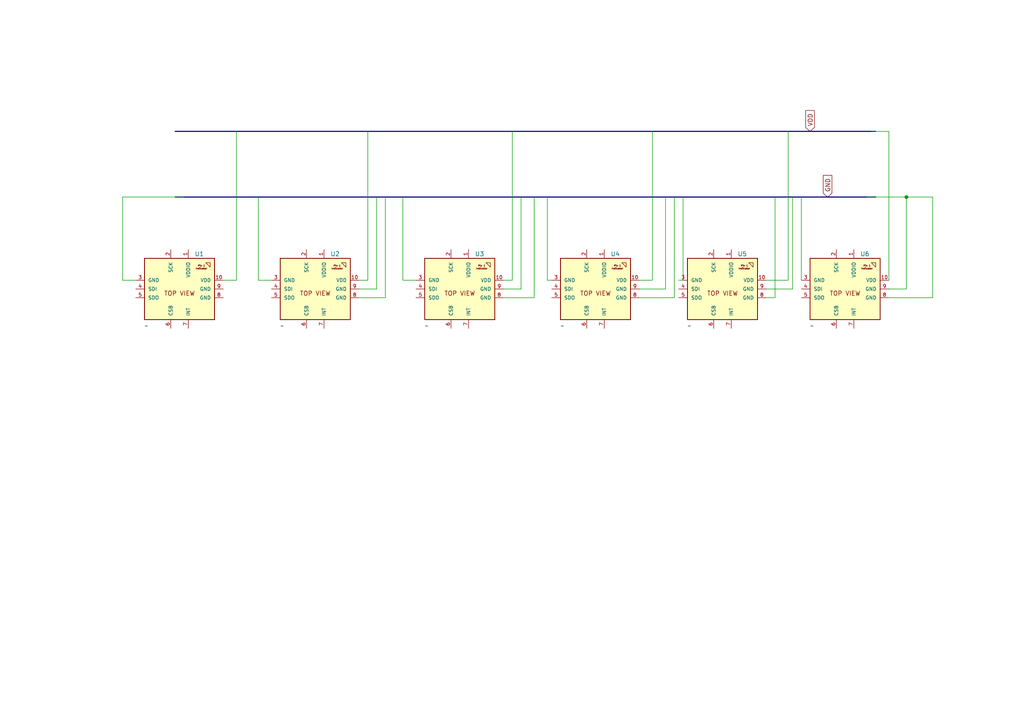
<source format=kicad_sch>
(kicad_sch (version 20230121) (generator eeschema)
  (paper "A4")
  (lib_symbols
    (symbol "BMP581_footprint:BMP581" (pin_names (offset 1.016))
      (property "Reference" "U" (at -10.16 10.414 0))
      (symbol "BMP581_0_0"
        (rectangle (start -10.16 10.16) (end 10.16 -7.62) (stroke (width 0.254)) (fill (type background)))
        (pin power_in line (at 2.54 12.7 270) (length 2.54) (name "VDDIO") (number "1"))
        (pin power_in line (at 12.7 3.81 180) (length 2.54) (name "VDD") (number "10"))
        (pin power_in line (at -12.7 3.81 0) (length 2.54) (name "GND") (number "3"))
        (pin input line (at -2.54 -10.16 90) (length 2.54) (name "CSB") (number "6"))
        (pin output line (at 2.54 -10.16 90) (length 2.54) (name "INT") (number "7"))
        (pin power_in line (at 12.7 -1.27 180) (length 2.54) (name "GND") (number "8"))
        (pin power_in line (at 12.7 1.27 180) (length 2.54) (name "GND") (number "9"))
      )
      (symbol "BMP581_1_0"
        (pin input line (at -2.54 12.7 270) (length 2.54) (name "SCK") (number "2"))
        (pin bidirectional line (at -12.7 1.27 0) (length 2.54) (name "SDI") (number "4"))
        (pin bidirectional line (at -12.7 -1.27 0) (length 2.54) (name "SDO") (number "5"))
      )
      (symbol "BMP581_1_1"
        (polyline (pts (xy 7.62 8.89) (xy 8.89 8.89) (xy 8.89 7.62) (xy 7.62 8.89)))
        (text "Pin 1\nIndicator" (at 6.35 7.62 0) (effects (font (size 0.5 0.5))))
        (text "TOP VIEW" (at 0 0 0) (effects (font (size 1.27 1.27))))
      )
    )
  )
  (junction (at 262.89 57.15))
  (wire (pts (xy 158.75 57.15) (xy 158.75 81.28)))
  (wire (pts (xy 251.46 57.15) (xy 262.89 57.15)))
  (wire (pts (xy 74.93 81.28) (xy 78.74 81.28)))
  (wire (pts (xy 252.73 38.1) (xy 257.81 38.1)))
  (wire (pts (xy 189.23 38.1) (xy 189.23 81.28)))
  (wire (pts (xy 154.94 57.15) (xy 154.94 86.36)))
  (wire (pts (xy 228.6 38.1) (xy 228.6 81.28)))
  (wire (pts (xy 193.04 57.15) (xy 193.04 83.82)))
  (wire (pts (xy 229.87 57.15) (xy 229.87 83.82)))
  (wire (pts (xy 106.68 38.1) (xy 106.68 81.28)))
  (wire (pts (xy 106.68 81.28) (xy 104.14 81.28)))
  (bus (pts (xy 50.8 38.1) (xy 254 38.1)))
  (wire (pts (xy 224.79 57.15) (xy 224.79 86.36)))
  (wire (pts (xy 148.59 81.28) (xy 146.05 81.28)))
  (wire (pts (xy 68.58 81.28) (xy 64.77 81.28)))
  (wire (pts (xy 111.76 57.15) (xy 111.76 86.36)))
  (wire (pts (xy 198.12 81.28) (xy 196.85 81.28)))
  (wire (pts (xy 158.75 81.28) (xy 160.02 81.28)))
  (wire (pts (xy 262.89 57.15) (xy 270.51 57.15)))
  (bus (pts (xy 50.8 57.15) (xy 254 57.15)))
  (wire (pts (xy 53.34 57.15) (xy 35.56 57.15)))
  (wire (pts (xy 270.51 86.36) (xy 257.81 86.36)))
  (wire (pts (xy 228.6 81.28) (xy 222.25 81.28)))
  (wire (pts (xy 189.23 81.28) (xy 185.42 81.28)))
  (wire (pts (xy 198.12 57.15) (xy 198.12 81.28)))
  (wire (pts (xy 154.94 86.36) (xy 146.05 86.36)))
  (wire (pts (xy 68.58 38.1) (xy 68.58 81.28)))
  (wire (pts (xy 116.84 57.15) (xy 116.84 81.28)))
  (wire (pts (xy 262.89 57.15) (xy 262.89 83.82)))
  (wire (pts (xy 109.22 57.15) (xy 109.22 83.82)))
  (wire (pts (xy 195.58 57.15) (xy 195.58 86.36)))
  (wire (pts (xy 116.84 81.28) (xy 120.65 81.28)))
  (wire (pts (xy 35.56 57.15) (xy 35.56 81.28)))
  (wire (pts (xy 151.13 57.15) (xy 151.13 83.82)))
  (wire (pts (xy 224.79 86.36) (xy 222.25 86.36)))
  (wire (pts (xy 193.04 83.82) (xy 185.42 83.82)))
  (wire (pts (xy 262.89 83.82) (xy 257.81 83.82)))
  (wire (pts (xy 35.56 81.28) (xy 39.37 81.28)))
  (wire (pts (xy 148.59 38.1) (xy 148.59 81.28)))
  (wire (pts (xy 109.22 83.82) (xy 104.14 83.82)))
  (wire (pts (xy 195.58 86.36) (xy 185.42 86.36)))
  (wire (pts (xy 111.76 86.36) (xy 104.14 86.36)))
  (wire (pts (xy 232.41 57.15) (xy 232.41 81.28)))
  (wire (pts (xy 270.51 57.15) (xy 270.51 86.36)))
  (wire (pts (xy 257.81 38.1) (xy 257.81 81.28)))
  (wire (pts (xy 229.87 83.82) (xy 222.25 83.82)))
  (wire (pts (xy 151.13 83.82) (xy 146.05 83.82)))
  (wire (pts (xy 74.93 57.15) (xy 74.93 81.28)))
  (global_label "GND" (shape input) (at 240.03 57.15 90) (property "Intersheetrefs" "${INTERSHEET_REFS}" (effects hide)))
  (global_label "VDD" (shape input) (at 234.95 38.1 90) (property "Intersheetrefs" "${INTERSHEET_REFS}" (effects hide)))
  (symbol (lib_id "BMP581_footprint:BMP581") (at 52.07 85.09 0) (unit 1)
    (property "Reference" "U1" (at 56.4389 73.66 0) (effects (justify left)))
    (property "Value" "~" (at 41.91 95.25 0) (effects (justify left bottom)))
    (property "Footprint" "BMP581" (effects hide))
  )
  (symbol (lib_id "BMP581_footprint:BMP581") (at 91.44 85.09 0) (unit 1)
    (property "Reference" "U2" (at 95.8089 73.66 0) (effects (justify left)))
    (property "Value" "~" (at 81.28 95.25 0) (effects (justify left bottom)))
    (property "Footprint" "BMP581" (effects hide))
  )
  (symbol (lib_id "BMP581_footprint:BMP581") (at 172.72 85.09 0) (unit 1)
    (property "Reference" "U4" (at 177.0889 73.66 0) (effects (justify left)))
    (property "Value" "~" (at 162.56 95.25 0) (effects (justify left bottom)))
    (property "Footprint" "BMP581" (effects hide))
  )
  (symbol (lib_id "BMP581_footprint:BMP581") (at 209.55 85.09 0) (unit 1)
    (property "Reference" "U5" (at 213.9189 73.66 0) (effects (justify left)))
    (property "Value" "~" (at 199.39 95.25 0) (effects (justify left bottom)))
    (property "Footprint" "BMP581" (effects hide))
  )
  (symbol (lib_id "BMP581_footprint:BMP581") (at 133.35 85.09 0) (unit 1)
    (property "Reference" "U3" (at 137.7189 73.66 0) (effects (justify left)))
    (property "Value" "~" (at 123.19 95.25 0) (effects (justify left bottom)))
    (property "Footprint" "BMP581" (effects hide))
  )
  (symbol (lib_id "BMP581_footprint:BMP581") (at 245.11 85.09 0) (unit 1)
    (property "Reference" "U6" (at 249.4789 73.66 0) (effects (justify left)))
    (property "Value" "~" (at 234.95 95.25 0) (effects (justify left bottom)))
    (property "Footprint" "BMP581" (effects hide))
  )
)
</source>
